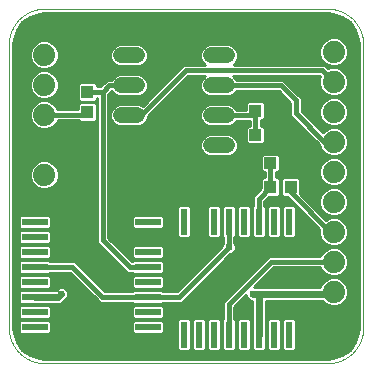
<source format=gtl>
G75*
%MOIN*%
%OFA0B0*%
%FSLAX25Y25*%
%IPPOS*%
%LPD*%
%AMOC8*
5,1,8,0,0,1.08239X$1,22.5*
%
%ADD10C,0.00000*%
%ADD11R,0.03937X0.04331*%
%ADD12R,0.04331X0.03937*%
%ADD13R,0.02362X0.08661*%
%ADD14R,0.08661X0.02362*%
%ADD15C,0.05200*%
%ADD16C,0.07400*%
%ADD17C,0.01000*%
%ADD18C,0.02400*%
%ADD19C,0.01600*%
%ADD20C,0.02400*%
D10*
X0001500Y0013311D02*
X0001500Y0107799D01*
X0001503Y0108084D01*
X0001514Y0108370D01*
X0001531Y0108655D01*
X0001555Y0108939D01*
X0001586Y0109223D01*
X0001624Y0109506D01*
X0001669Y0109787D01*
X0001720Y0110068D01*
X0001778Y0110348D01*
X0001843Y0110626D01*
X0001915Y0110902D01*
X0001993Y0111176D01*
X0002078Y0111449D01*
X0002170Y0111719D01*
X0002268Y0111987D01*
X0002372Y0112253D01*
X0002483Y0112516D01*
X0002600Y0112776D01*
X0002723Y0113034D01*
X0002853Y0113288D01*
X0002989Y0113539D01*
X0003130Y0113787D01*
X0003278Y0114031D01*
X0003431Y0114272D01*
X0003591Y0114508D01*
X0003756Y0114741D01*
X0003926Y0114970D01*
X0004102Y0115195D01*
X0004284Y0115415D01*
X0004470Y0115631D01*
X0004662Y0115842D01*
X0004859Y0116049D01*
X0005061Y0116251D01*
X0005268Y0116448D01*
X0005479Y0116640D01*
X0005695Y0116826D01*
X0005915Y0117008D01*
X0006140Y0117184D01*
X0006369Y0117354D01*
X0006602Y0117519D01*
X0006838Y0117679D01*
X0007079Y0117832D01*
X0007323Y0117980D01*
X0007571Y0118121D01*
X0007822Y0118257D01*
X0008076Y0118387D01*
X0008334Y0118510D01*
X0008594Y0118627D01*
X0008857Y0118738D01*
X0009123Y0118842D01*
X0009391Y0118940D01*
X0009661Y0119032D01*
X0009934Y0119117D01*
X0010208Y0119195D01*
X0010484Y0119267D01*
X0010762Y0119332D01*
X0011042Y0119390D01*
X0011323Y0119441D01*
X0011604Y0119486D01*
X0011887Y0119524D01*
X0012171Y0119555D01*
X0012455Y0119579D01*
X0012740Y0119596D01*
X0013026Y0119607D01*
X0013311Y0119610D01*
X0107799Y0119610D01*
X0108084Y0119607D01*
X0108370Y0119596D01*
X0108655Y0119579D01*
X0108939Y0119555D01*
X0109223Y0119524D01*
X0109506Y0119486D01*
X0109787Y0119441D01*
X0110068Y0119390D01*
X0110348Y0119332D01*
X0110626Y0119267D01*
X0110902Y0119195D01*
X0111176Y0119117D01*
X0111449Y0119032D01*
X0111719Y0118940D01*
X0111987Y0118842D01*
X0112253Y0118738D01*
X0112516Y0118627D01*
X0112776Y0118510D01*
X0113034Y0118387D01*
X0113288Y0118257D01*
X0113539Y0118121D01*
X0113787Y0117980D01*
X0114031Y0117832D01*
X0114272Y0117679D01*
X0114508Y0117519D01*
X0114741Y0117354D01*
X0114970Y0117184D01*
X0115195Y0117008D01*
X0115415Y0116826D01*
X0115631Y0116640D01*
X0115842Y0116448D01*
X0116049Y0116251D01*
X0116251Y0116049D01*
X0116448Y0115842D01*
X0116640Y0115631D01*
X0116826Y0115415D01*
X0117008Y0115195D01*
X0117184Y0114970D01*
X0117354Y0114741D01*
X0117519Y0114508D01*
X0117679Y0114272D01*
X0117832Y0114031D01*
X0117980Y0113787D01*
X0118121Y0113539D01*
X0118257Y0113288D01*
X0118387Y0113034D01*
X0118510Y0112776D01*
X0118627Y0112516D01*
X0118738Y0112253D01*
X0118842Y0111987D01*
X0118940Y0111719D01*
X0119032Y0111449D01*
X0119117Y0111176D01*
X0119195Y0110902D01*
X0119267Y0110626D01*
X0119332Y0110348D01*
X0119390Y0110068D01*
X0119441Y0109787D01*
X0119486Y0109506D01*
X0119524Y0109223D01*
X0119555Y0108939D01*
X0119579Y0108655D01*
X0119596Y0108370D01*
X0119607Y0108084D01*
X0119610Y0107799D01*
X0119610Y0013311D01*
X0119607Y0013026D01*
X0119596Y0012740D01*
X0119579Y0012455D01*
X0119555Y0012171D01*
X0119524Y0011887D01*
X0119486Y0011604D01*
X0119441Y0011323D01*
X0119390Y0011042D01*
X0119332Y0010762D01*
X0119267Y0010484D01*
X0119195Y0010208D01*
X0119117Y0009934D01*
X0119032Y0009661D01*
X0118940Y0009391D01*
X0118842Y0009123D01*
X0118738Y0008857D01*
X0118627Y0008594D01*
X0118510Y0008334D01*
X0118387Y0008076D01*
X0118257Y0007822D01*
X0118121Y0007571D01*
X0117980Y0007323D01*
X0117832Y0007079D01*
X0117679Y0006838D01*
X0117519Y0006602D01*
X0117354Y0006369D01*
X0117184Y0006140D01*
X0117008Y0005915D01*
X0116826Y0005695D01*
X0116640Y0005479D01*
X0116448Y0005268D01*
X0116251Y0005061D01*
X0116049Y0004859D01*
X0115842Y0004662D01*
X0115631Y0004470D01*
X0115415Y0004284D01*
X0115195Y0004102D01*
X0114970Y0003926D01*
X0114741Y0003756D01*
X0114508Y0003591D01*
X0114272Y0003431D01*
X0114031Y0003278D01*
X0113787Y0003130D01*
X0113539Y0002989D01*
X0113288Y0002853D01*
X0113034Y0002723D01*
X0112776Y0002600D01*
X0112516Y0002483D01*
X0112253Y0002372D01*
X0111987Y0002268D01*
X0111719Y0002170D01*
X0111449Y0002078D01*
X0111176Y0001993D01*
X0110902Y0001915D01*
X0110626Y0001843D01*
X0110348Y0001778D01*
X0110068Y0001720D01*
X0109787Y0001669D01*
X0109506Y0001624D01*
X0109223Y0001586D01*
X0108939Y0001555D01*
X0108655Y0001531D01*
X0108370Y0001514D01*
X0108084Y0001503D01*
X0107799Y0001500D01*
X0013311Y0001500D01*
X0013026Y0001503D01*
X0012740Y0001514D01*
X0012455Y0001531D01*
X0012171Y0001555D01*
X0011887Y0001586D01*
X0011604Y0001624D01*
X0011323Y0001669D01*
X0011042Y0001720D01*
X0010762Y0001778D01*
X0010484Y0001843D01*
X0010208Y0001915D01*
X0009934Y0001993D01*
X0009661Y0002078D01*
X0009391Y0002170D01*
X0009123Y0002268D01*
X0008857Y0002372D01*
X0008594Y0002483D01*
X0008334Y0002600D01*
X0008076Y0002723D01*
X0007822Y0002853D01*
X0007571Y0002989D01*
X0007323Y0003130D01*
X0007079Y0003278D01*
X0006838Y0003431D01*
X0006602Y0003591D01*
X0006369Y0003756D01*
X0006140Y0003926D01*
X0005915Y0004102D01*
X0005695Y0004284D01*
X0005479Y0004470D01*
X0005268Y0004662D01*
X0005061Y0004859D01*
X0004859Y0005061D01*
X0004662Y0005268D01*
X0004470Y0005479D01*
X0004284Y0005695D01*
X0004102Y0005915D01*
X0003926Y0006140D01*
X0003756Y0006369D01*
X0003591Y0006602D01*
X0003431Y0006838D01*
X0003278Y0007079D01*
X0003130Y0007323D01*
X0002989Y0007571D01*
X0002853Y0007822D01*
X0002723Y0008076D01*
X0002600Y0008334D01*
X0002483Y0008594D01*
X0002372Y0008857D01*
X0002268Y0009123D01*
X0002170Y0009391D01*
X0002078Y0009661D01*
X0001993Y0009934D01*
X0001915Y0010208D01*
X0001843Y0010484D01*
X0001778Y0010762D01*
X0001720Y0011042D01*
X0001669Y0011323D01*
X0001624Y0011604D01*
X0001586Y0011887D01*
X0001555Y0012171D01*
X0001531Y0012455D01*
X0001514Y0012740D01*
X0001503Y0013026D01*
X0001500Y0013311D01*
D11*
X0027681Y0085161D03*
X0027681Y0091854D03*
X0083705Y0085673D03*
X0090398Y0085673D03*
X0088705Y0060161D03*
X0095398Y0060161D03*
D12*
X0095398Y0068232D03*
X0088705Y0068232D03*
X0090398Y0077563D03*
X0083705Y0077563D03*
D13*
X0084787Y0048646D03*
X0089787Y0048646D03*
X0094787Y0048646D03*
X0079787Y0048646D03*
X0074787Y0048646D03*
X0069787Y0048646D03*
X0064787Y0048646D03*
X0059787Y0048646D03*
X0059787Y0010949D03*
X0064787Y0010949D03*
X0069787Y0010949D03*
X0074787Y0010949D03*
X0079787Y0010949D03*
X0084787Y0010949D03*
X0089787Y0010949D03*
X0094787Y0010949D03*
D14*
X0047858Y0013528D03*
X0047858Y0018528D03*
X0047858Y0023528D03*
X0047858Y0028528D03*
X0047858Y0033528D03*
X0047858Y0038528D03*
X0047858Y0043528D03*
X0047858Y0048528D03*
X0010161Y0048528D03*
X0010161Y0043528D03*
X0010161Y0038528D03*
X0010161Y0033528D03*
X0010161Y0028528D03*
X0010161Y0023528D03*
X0010161Y0018528D03*
X0010161Y0013528D03*
D15*
X0039018Y0074098D02*
X0044218Y0074098D01*
X0044218Y0084098D02*
X0039018Y0084098D01*
X0039018Y0094098D02*
X0044218Y0094098D01*
X0044218Y0104098D02*
X0039018Y0104098D01*
X0069018Y0104098D02*
X0074218Y0104098D01*
X0074218Y0094098D02*
X0069018Y0094098D01*
X0069018Y0084098D02*
X0074218Y0084098D01*
X0074218Y0074098D02*
X0069018Y0074098D01*
D16*
X0109768Y0075280D03*
X0109768Y0085280D03*
X0109768Y0095280D03*
X0109768Y0105280D03*
X0109768Y0065280D03*
X0109768Y0055280D03*
X0109768Y0045280D03*
X0109768Y0035280D03*
X0109768Y0025280D03*
X0109768Y0015280D03*
X0013311Y0064295D03*
X0013311Y0074295D03*
X0013311Y0084295D03*
X0013311Y0094295D03*
X0013311Y0104295D03*
D17*
X0004124Y0008630D02*
X0006020Y0006020D01*
X0008630Y0004124D01*
X0011698Y0003127D01*
X0013311Y0003000D01*
X0107799Y0003000D01*
X0109412Y0003127D01*
X0112480Y0004124D01*
X0115090Y0006020D01*
X0116986Y0008630D01*
X0117983Y0011698D01*
X0118110Y0013311D01*
X0118110Y0107799D01*
X0117983Y0109412D01*
X0116986Y0112480D01*
X0115090Y0115090D01*
X0112480Y0116986D01*
X0109412Y0117983D01*
X0107799Y0118110D01*
X0013311Y0118110D01*
X0011698Y0117983D01*
X0008630Y0116986D01*
X0006020Y0115090D01*
X0004124Y0112480D01*
X0003127Y0109412D01*
X0003000Y0107799D01*
X0003000Y0013311D01*
X0003127Y0011698D01*
X0004124Y0008630D01*
X0004226Y0008490D02*
X0057506Y0008490D01*
X0057506Y0009488D02*
X0003845Y0009488D01*
X0003521Y0010487D02*
X0057506Y0010487D01*
X0057506Y0011485D02*
X0052883Y0011485D01*
X0052645Y0011246D02*
X0053289Y0011891D01*
X0053289Y0015164D01*
X0052645Y0015809D01*
X0043072Y0015809D01*
X0042428Y0015164D01*
X0042428Y0011891D01*
X0043072Y0011246D01*
X0052645Y0011246D01*
X0053289Y0012484D02*
X0057506Y0012484D01*
X0057506Y0013482D02*
X0053289Y0013482D01*
X0053289Y0014481D02*
X0057506Y0014481D01*
X0057506Y0015479D02*
X0052974Y0015479D01*
X0052645Y0016246D02*
X0053289Y0016891D01*
X0053289Y0020164D01*
X0052645Y0020809D01*
X0043072Y0020809D01*
X0042428Y0020164D01*
X0042428Y0016891D01*
X0043072Y0016246D01*
X0052645Y0016246D01*
X0052876Y0016478D02*
X0072887Y0016478D01*
X0072887Y0016116D02*
X0072506Y0015735D01*
X0072506Y0006162D01*
X0073151Y0005518D01*
X0076424Y0005518D01*
X0077068Y0006162D01*
X0077068Y0015735D01*
X0076687Y0016116D01*
X0076687Y0020260D01*
X0080696Y0024269D01*
X0080696Y0023579D01*
X0082043Y0022231D01*
X0082487Y0022231D01*
X0082487Y0009996D01*
X0082506Y0009977D01*
X0082506Y0006162D01*
X0083151Y0005518D01*
X0086424Y0005518D01*
X0087068Y0006162D01*
X0087068Y0009977D01*
X0087087Y0009996D01*
X0087087Y0022231D01*
X0106028Y0022231D01*
X0107049Y0021210D01*
X0108813Y0020480D01*
X0110722Y0020480D01*
X0112487Y0021210D01*
X0113837Y0022561D01*
X0114568Y0024325D01*
X0114568Y0026234D01*
X0113837Y0027998D01*
X0112487Y0029349D01*
X0110722Y0030080D01*
X0108813Y0030080D01*
X0107049Y0029349D01*
X0105698Y0027998D01*
X0105215Y0026831D01*
X0083259Y0026831D01*
X0089807Y0033380D01*
X0105359Y0033380D01*
X0105698Y0032561D01*
X0107049Y0031210D01*
X0108813Y0030480D01*
X0110722Y0030480D01*
X0112487Y0031210D01*
X0113837Y0032561D01*
X0114568Y0034325D01*
X0114568Y0036234D01*
X0113837Y0037998D01*
X0112487Y0039349D01*
X0110722Y0040080D01*
X0108813Y0040080D01*
X0107049Y0039349D01*
X0105698Y0037998D01*
X0105359Y0037180D01*
X0088233Y0037180D01*
X0087120Y0036067D01*
X0072887Y0021834D01*
X0072887Y0016116D01*
X0072506Y0015479D02*
X0072068Y0015479D01*
X0072068Y0015735D02*
X0071424Y0016380D01*
X0068151Y0016380D01*
X0067506Y0015735D01*
X0067506Y0006162D01*
X0068151Y0005518D01*
X0071424Y0005518D01*
X0072068Y0006162D01*
X0072068Y0015735D01*
X0072068Y0014481D02*
X0072506Y0014481D01*
X0072506Y0013482D02*
X0072068Y0013482D01*
X0072068Y0012484D02*
X0072506Y0012484D01*
X0072506Y0011485D02*
X0072068Y0011485D01*
X0072068Y0010487D02*
X0072506Y0010487D01*
X0072506Y0009488D02*
X0072068Y0009488D01*
X0072068Y0008490D02*
X0072506Y0008490D01*
X0072506Y0007491D02*
X0072068Y0007491D01*
X0072068Y0006493D02*
X0072506Y0006493D01*
X0077068Y0006493D02*
X0077506Y0006493D01*
X0077506Y0006162D02*
X0078151Y0005518D01*
X0081424Y0005518D01*
X0082068Y0006162D01*
X0082068Y0015735D01*
X0081424Y0016380D01*
X0078151Y0016380D01*
X0077506Y0015735D01*
X0077506Y0006162D01*
X0077506Y0007491D02*
X0077068Y0007491D01*
X0077068Y0008490D02*
X0077506Y0008490D01*
X0077506Y0009488D02*
X0077068Y0009488D01*
X0077068Y0010487D02*
X0077506Y0010487D01*
X0077506Y0011485D02*
X0077068Y0011485D01*
X0077068Y0012484D02*
X0077506Y0012484D01*
X0077506Y0013482D02*
X0077068Y0013482D01*
X0077068Y0014481D02*
X0077506Y0014481D01*
X0077506Y0015479D02*
X0077068Y0015479D01*
X0076687Y0016478D02*
X0082487Y0016478D01*
X0082487Y0017476D02*
X0076687Y0017476D01*
X0076687Y0018475D02*
X0082487Y0018475D01*
X0082487Y0019473D02*
X0076687Y0019473D01*
X0076899Y0020472D02*
X0082487Y0020472D01*
X0082487Y0021470D02*
X0077897Y0021470D01*
X0078896Y0022469D02*
X0081806Y0022469D01*
X0080808Y0023467D02*
X0079894Y0023467D01*
X0077516Y0026463D02*
X0063992Y0026463D01*
X0062994Y0025464D02*
X0076517Y0025464D01*
X0075519Y0024466D02*
X0061995Y0024466D01*
X0060997Y0023467D02*
X0074520Y0023467D01*
X0073522Y0022469D02*
X0059998Y0022469D01*
X0059157Y0021628D02*
X0075312Y0037783D01*
X0075878Y0037783D01*
X0077225Y0039130D01*
X0077225Y0041035D01*
X0076687Y0041573D01*
X0076687Y0043478D01*
X0077068Y0043859D01*
X0077068Y0053432D01*
X0076424Y0054076D01*
X0073151Y0054076D01*
X0072506Y0053432D01*
X0072506Y0043859D01*
X0072887Y0043478D01*
X0072887Y0041298D01*
X0072625Y0041035D01*
X0072625Y0040470D01*
X0057583Y0025428D01*
X0053026Y0025428D01*
X0052645Y0025809D01*
X0043072Y0025809D01*
X0042691Y0025428D01*
X0033409Y0025428D01*
X0023409Y0035428D01*
X0015329Y0035428D01*
X0014948Y0035809D01*
X0005375Y0035809D01*
X0004731Y0035164D01*
X0004731Y0031891D01*
X0005375Y0031246D01*
X0014948Y0031246D01*
X0015329Y0031628D01*
X0021835Y0031628D01*
X0030722Y0022741D01*
X0031835Y0021628D01*
X0042691Y0021628D01*
X0043072Y0021246D01*
X0052645Y0021246D01*
X0053026Y0021628D01*
X0059157Y0021628D01*
X0057620Y0025464D02*
X0052989Y0025464D01*
X0052645Y0026246D02*
X0053289Y0026891D01*
X0053289Y0030164D01*
X0052645Y0030809D01*
X0043072Y0030809D01*
X0042428Y0030164D01*
X0042428Y0026891D01*
X0043072Y0026246D01*
X0052645Y0026246D01*
X0052861Y0026463D02*
X0058618Y0026463D01*
X0059617Y0027461D02*
X0053289Y0027461D01*
X0053289Y0028460D02*
X0060615Y0028460D01*
X0061614Y0029458D02*
X0053289Y0029458D01*
X0052996Y0030457D02*
X0062612Y0030457D01*
X0063611Y0031455D02*
X0052853Y0031455D01*
X0052645Y0031246D02*
X0053289Y0031891D01*
X0053289Y0035164D01*
X0052645Y0035809D01*
X0043072Y0035809D01*
X0042691Y0035428D01*
X0042504Y0035428D01*
X0034699Y0043232D01*
X0034699Y0091067D01*
X0035809Y0092177D01*
X0035881Y0092003D01*
X0036922Y0090962D01*
X0038282Y0090398D01*
X0044954Y0090398D01*
X0046314Y0090962D01*
X0047355Y0092003D01*
X0047918Y0093362D01*
X0047918Y0094834D01*
X0047355Y0096194D01*
X0046314Y0097235D01*
X0044954Y0097798D01*
X0038282Y0097798D01*
X0036922Y0097235D01*
X0035881Y0096194D01*
X0035800Y0095998D01*
X0034256Y0095998D01*
X0033143Y0094885D01*
X0032012Y0093754D01*
X0030750Y0093754D01*
X0030750Y0094475D01*
X0030105Y0095120D01*
X0025257Y0095120D01*
X0024613Y0094475D01*
X0024613Y0089233D01*
X0025257Y0088589D01*
X0030105Y0088589D01*
X0030750Y0089233D01*
X0030750Y0089954D01*
X0030899Y0089954D01*
X0030899Y0041658D01*
X0032012Y0040545D01*
X0040930Y0031628D01*
X0042691Y0031628D01*
X0043072Y0031246D01*
X0052645Y0031246D01*
X0053289Y0032454D02*
X0064609Y0032454D01*
X0065608Y0033452D02*
X0053289Y0033452D01*
X0053289Y0034451D02*
X0066606Y0034451D01*
X0067605Y0035449D02*
X0053004Y0035449D01*
X0052645Y0036246D02*
X0053289Y0036891D01*
X0053289Y0040164D01*
X0052645Y0040809D01*
X0043072Y0040809D01*
X0042428Y0040164D01*
X0042428Y0036891D01*
X0043072Y0036246D01*
X0052645Y0036246D01*
X0052846Y0036448D02*
X0068603Y0036448D01*
X0069602Y0037446D02*
X0053289Y0037446D01*
X0053289Y0038445D02*
X0070600Y0038445D01*
X0071599Y0039443D02*
X0053289Y0039443D01*
X0053011Y0040442D02*
X0072597Y0040442D01*
X0072887Y0041440D02*
X0036491Y0041440D01*
X0037489Y0040442D02*
X0042705Y0040442D01*
X0042428Y0039443D02*
X0038488Y0039443D01*
X0039486Y0038445D02*
X0042428Y0038445D01*
X0042428Y0037446D02*
X0040485Y0037446D01*
X0041483Y0036448D02*
X0042870Y0036448D01*
X0042713Y0035449D02*
X0042482Y0035449D01*
X0040103Y0032454D02*
X0026383Y0032454D01*
X0027381Y0031455D02*
X0042863Y0031455D01*
X0042720Y0030457D02*
X0028380Y0030457D01*
X0029378Y0029458D02*
X0042428Y0029458D01*
X0042428Y0028460D02*
X0030377Y0028460D01*
X0031375Y0027461D02*
X0042428Y0027461D01*
X0042856Y0026463D02*
X0032374Y0026463D01*
X0033372Y0025464D02*
X0042728Y0025464D01*
X0042848Y0021470D02*
X0019211Y0021470D01*
X0018968Y0021228D02*
X0019972Y0022231D01*
X0021320Y0023579D01*
X0021320Y0025484D01*
X0019972Y0026831D01*
X0018067Y0026831D01*
X0017063Y0025828D01*
X0009209Y0025828D01*
X0009190Y0025809D01*
X0005375Y0025809D01*
X0004731Y0025164D01*
X0004731Y0021891D01*
X0005375Y0021246D01*
X0009190Y0021246D01*
X0009209Y0021228D01*
X0018968Y0021228D01*
X0020210Y0022469D02*
X0030994Y0022469D01*
X0029995Y0023467D02*
X0021208Y0023467D01*
X0021320Y0024466D02*
X0028997Y0024466D01*
X0027998Y0025464D02*
X0021320Y0025464D01*
X0020341Y0026463D02*
X0027000Y0026463D01*
X0026001Y0027461D02*
X0015592Y0027461D01*
X0015592Y0026891D02*
X0015592Y0030164D01*
X0014948Y0030809D01*
X0005375Y0030809D01*
X0004731Y0030164D01*
X0004731Y0026891D01*
X0005375Y0026246D01*
X0014948Y0026246D01*
X0015592Y0026891D01*
X0015164Y0026463D02*
X0017698Y0026463D01*
X0015592Y0028460D02*
X0025003Y0028460D01*
X0024004Y0029458D02*
X0015592Y0029458D01*
X0015300Y0030457D02*
X0023006Y0030457D01*
X0022007Y0031455D02*
X0015157Y0031455D01*
X0015307Y0035449D02*
X0037108Y0035449D01*
X0038106Y0034451D02*
X0024386Y0034451D01*
X0025384Y0033452D02*
X0039105Y0033452D01*
X0036109Y0036448D02*
X0015149Y0036448D01*
X0014948Y0036246D02*
X0015592Y0036891D01*
X0015592Y0040164D01*
X0014948Y0040809D01*
X0005375Y0040809D01*
X0004731Y0040164D01*
X0004731Y0036891D01*
X0005375Y0036246D01*
X0014948Y0036246D01*
X0015592Y0037446D02*
X0035111Y0037446D01*
X0034112Y0038445D02*
X0015592Y0038445D01*
X0015592Y0039443D02*
X0033114Y0039443D01*
X0032115Y0040442D02*
X0015314Y0040442D01*
X0014948Y0041246D02*
X0015592Y0041891D01*
X0015592Y0045164D01*
X0014948Y0045809D01*
X0005375Y0045809D01*
X0004731Y0045164D01*
X0004731Y0041891D01*
X0005375Y0041246D01*
X0014948Y0041246D01*
X0015142Y0041440D02*
X0031117Y0041440D01*
X0030899Y0042439D02*
X0015592Y0042439D01*
X0015592Y0043437D02*
X0030899Y0043437D01*
X0030899Y0044436D02*
X0015592Y0044436D01*
X0015322Y0045434D02*
X0030899Y0045434D01*
X0030899Y0046433D02*
X0015134Y0046433D01*
X0014948Y0046246D02*
X0015592Y0046891D01*
X0015592Y0050164D01*
X0014948Y0050809D01*
X0005375Y0050809D01*
X0004731Y0050164D01*
X0004731Y0046891D01*
X0005375Y0046246D01*
X0014948Y0046246D01*
X0015592Y0047432D02*
X0030899Y0047432D01*
X0030899Y0048430D02*
X0015592Y0048430D01*
X0015592Y0049429D02*
X0030899Y0049429D01*
X0030899Y0050427D02*
X0015329Y0050427D01*
X0014266Y0059495D02*
X0012356Y0059495D01*
X0010592Y0060226D01*
X0009242Y0061576D01*
X0008511Y0063340D01*
X0008511Y0065250D01*
X0009242Y0067014D01*
X0010592Y0068365D01*
X0012356Y0069095D01*
X0014266Y0069095D01*
X0016030Y0068365D01*
X0017380Y0067014D01*
X0018111Y0065250D01*
X0018111Y0063340D01*
X0017380Y0061576D01*
X0016030Y0060226D01*
X0014266Y0059495D01*
X0016216Y0060412D02*
X0030899Y0060412D01*
X0030899Y0059414D02*
X0003000Y0059414D01*
X0003000Y0060412D02*
X0010406Y0060412D01*
X0009407Y0061411D02*
X0003000Y0061411D01*
X0003000Y0062409D02*
X0008897Y0062409D01*
X0008511Y0063408D02*
X0003000Y0063408D01*
X0003000Y0064406D02*
X0008511Y0064406D01*
X0008575Y0065405D02*
X0003000Y0065405D01*
X0003000Y0066403D02*
X0008989Y0066403D01*
X0009629Y0067402D02*
X0003000Y0067402D01*
X0003000Y0068400D02*
X0010678Y0068400D01*
X0015944Y0068400D02*
X0030899Y0068400D01*
X0030899Y0067402D02*
X0016993Y0067402D01*
X0017633Y0066403D02*
X0030899Y0066403D01*
X0030899Y0065405D02*
X0018047Y0065405D01*
X0018111Y0064406D02*
X0030899Y0064406D01*
X0030899Y0063408D02*
X0018111Y0063408D01*
X0017725Y0062409D02*
X0030899Y0062409D01*
X0030899Y0061411D02*
X0017215Y0061411D01*
X0004993Y0050427D02*
X0003000Y0050427D01*
X0003000Y0049429D02*
X0004731Y0049429D01*
X0004731Y0048430D02*
X0003000Y0048430D01*
X0003000Y0047432D02*
X0004731Y0047432D01*
X0005189Y0046433D02*
X0003000Y0046433D01*
X0003000Y0045434D02*
X0005001Y0045434D01*
X0004731Y0044436D02*
X0003000Y0044436D01*
X0003000Y0043437D02*
X0004731Y0043437D01*
X0004731Y0042439D02*
X0003000Y0042439D01*
X0003000Y0041440D02*
X0005181Y0041440D01*
X0005008Y0040442D02*
X0003000Y0040442D01*
X0003000Y0039443D02*
X0004731Y0039443D01*
X0004731Y0038445D02*
X0003000Y0038445D01*
X0003000Y0037446D02*
X0004731Y0037446D01*
X0005174Y0036448D02*
X0003000Y0036448D01*
X0003000Y0035449D02*
X0005016Y0035449D01*
X0004731Y0034451D02*
X0003000Y0034451D01*
X0003000Y0033452D02*
X0004731Y0033452D01*
X0004731Y0032454D02*
X0003000Y0032454D01*
X0003000Y0031455D02*
X0005166Y0031455D01*
X0005023Y0030457D02*
X0003000Y0030457D01*
X0003000Y0029458D02*
X0004731Y0029458D01*
X0004731Y0028460D02*
X0003000Y0028460D01*
X0003000Y0027461D02*
X0004731Y0027461D01*
X0005159Y0026463D02*
X0003000Y0026463D01*
X0003000Y0025464D02*
X0005031Y0025464D01*
X0004731Y0024466D02*
X0003000Y0024466D01*
X0003000Y0023467D02*
X0004731Y0023467D01*
X0004731Y0022469D02*
X0003000Y0022469D01*
X0003000Y0021470D02*
X0005151Y0021470D01*
X0005375Y0020809D02*
X0004731Y0020164D01*
X0004731Y0016891D01*
X0005375Y0016246D01*
X0014948Y0016246D01*
X0015592Y0016891D01*
X0015592Y0020164D01*
X0014948Y0020809D01*
X0005375Y0020809D01*
X0005038Y0020472D02*
X0003000Y0020472D01*
X0003000Y0019473D02*
X0004731Y0019473D01*
X0004731Y0018475D02*
X0003000Y0018475D01*
X0003000Y0017476D02*
X0004731Y0017476D01*
X0005144Y0016478D02*
X0003000Y0016478D01*
X0003000Y0015479D02*
X0005046Y0015479D01*
X0004731Y0015164D02*
X0005375Y0015809D01*
X0014948Y0015809D01*
X0015592Y0015164D01*
X0015592Y0011891D01*
X0014948Y0011246D01*
X0005375Y0011246D01*
X0004731Y0011891D01*
X0004731Y0015164D01*
X0004731Y0014481D02*
X0003000Y0014481D01*
X0003000Y0013482D02*
X0004731Y0013482D01*
X0004731Y0012484D02*
X0003065Y0012484D01*
X0003196Y0011485D02*
X0005136Y0011485D01*
X0004951Y0007491D02*
X0057506Y0007491D01*
X0057506Y0006493D02*
X0005677Y0006493D01*
X0006744Y0005494D02*
X0114366Y0005494D01*
X0115434Y0006493D02*
X0097068Y0006493D01*
X0097068Y0006162D02*
X0097068Y0015735D01*
X0096424Y0016380D01*
X0093151Y0016380D01*
X0092506Y0015735D01*
X0092506Y0006162D01*
X0093151Y0005518D01*
X0096424Y0005518D01*
X0097068Y0006162D01*
X0097068Y0007491D02*
X0116159Y0007491D01*
X0116884Y0008490D02*
X0097068Y0008490D01*
X0097068Y0009488D02*
X0117265Y0009488D01*
X0117590Y0010487D02*
X0097068Y0010487D01*
X0097068Y0011485D02*
X0117914Y0011485D01*
X0118045Y0012484D02*
X0097068Y0012484D01*
X0097068Y0013482D02*
X0118110Y0013482D01*
X0118110Y0014481D02*
X0097068Y0014481D01*
X0097068Y0015479D02*
X0118110Y0015479D01*
X0118110Y0016478D02*
X0087087Y0016478D01*
X0087506Y0015735D02*
X0088151Y0016380D01*
X0091424Y0016380D01*
X0092068Y0015735D01*
X0092068Y0006162D01*
X0091424Y0005518D01*
X0088151Y0005518D01*
X0087506Y0006162D01*
X0087506Y0015735D01*
X0087506Y0015479D02*
X0087087Y0015479D01*
X0087087Y0014481D02*
X0087506Y0014481D01*
X0087506Y0013482D02*
X0087087Y0013482D01*
X0087087Y0012484D02*
X0087506Y0012484D01*
X0087506Y0011485D02*
X0087087Y0011485D01*
X0087087Y0010487D02*
X0087506Y0010487D01*
X0087506Y0009488D02*
X0087068Y0009488D01*
X0087068Y0008490D02*
X0087506Y0008490D01*
X0087506Y0007491D02*
X0087068Y0007491D01*
X0087068Y0006493D02*
X0087506Y0006493D01*
X0092068Y0006493D02*
X0092506Y0006493D01*
X0092506Y0007491D02*
X0092068Y0007491D01*
X0092068Y0008490D02*
X0092506Y0008490D01*
X0092506Y0009488D02*
X0092068Y0009488D01*
X0092068Y0010487D02*
X0092506Y0010487D01*
X0092506Y0011485D02*
X0092068Y0011485D01*
X0092068Y0012484D02*
X0092506Y0012484D01*
X0092506Y0013482D02*
X0092068Y0013482D01*
X0092068Y0014481D02*
X0092506Y0014481D01*
X0092506Y0015479D02*
X0092068Y0015479D01*
X0087087Y0017476D02*
X0118110Y0017476D01*
X0118110Y0018475D02*
X0087087Y0018475D01*
X0087087Y0019473D02*
X0118110Y0019473D01*
X0118110Y0020472D02*
X0087087Y0020472D01*
X0087087Y0021470D02*
X0106789Y0021470D01*
X0112747Y0021470D02*
X0118110Y0021470D01*
X0118110Y0022469D02*
X0113745Y0022469D01*
X0114213Y0023467D02*
X0118110Y0023467D01*
X0118110Y0024466D02*
X0114568Y0024466D01*
X0114568Y0025464D02*
X0118110Y0025464D01*
X0118110Y0026463D02*
X0114473Y0026463D01*
X0114059Y0027461D02*
X0118110Y0027461D01*
X0118110Y0028460D02*
X0113376Y0028460D01*
X0112222Y0029458D02*
X0118110Y0029458D01*
X0118110Y0030457D02*
X0086884Y0030457D01*
X0087882Y0031455D02*
X0106804Y0031455D01*
X0105805Y0032454D02*
X0088881Y0032454D01*
X0086503Y0035449D02*
X0072979Y0035449D01*
X0071980Y0034451D02*
X0085504Y0034451D01*
X0084506Y0033452D02*
X0070982Y0033452D01*
X0069983Y0032454D02*
X0083507Y0032454D01*
X0082509Y0031455D02*
X0068985Y0031455D01*
X0067986Y0030457D02*
X0081510Y0030457D01*
X0080511Y0029458D02*
X0066988Y0029458D01*
X0065989Y0028460D02*
X0079513Y0028460D01*
X0078514Y0027461D02*
X0064991Y0027461D01*
X0072887Y0021470D02*
X0052868Y0021470D01*
X0052982Y0020472D02*
X0072887Y0020472D01*
X0072887Y0019473D02*
X0053289Y0019473D01*
X0053289Y0018475D02*
X0072887Y0018475D01*
X0072887Y0017476D02*
X0053289Y0017476D01*
X0057506Y0015735D02*
X0058151Y0016380D01*
X0061424Y0016380D01*
X0062068Y0015735D01*
X0062068Y0006162D01*
X0061424Y0005518D01*
X0058151Y0005518D01*
X0057506Y0006162D01*
X0057506Y0015735D01*
X0062068Y0015479D02*
X0062506Y0015479D01*
X0062506Y0015735D02*
X0063151Y0016380D01*
X0066424Y0016380D01*
X0067068Y0015735D01*
X0067068Y0006162D01*
X0066424Y0005518D01*
X0063151Y0005518D01*
X0062506Y0006162D01*
X0062506Y0015735D01*
X0062506Y0014481D02*
X0062068Y0014481D01*
X0062068Y0013482D02*
X0062506Y0013482D01*
X0062506Y0012484D02*
X0062068Y0012484D01*
X0062068Y0011485D02*
X0062506Y0011485D01*
X0062506Y0010487D02*
X0062068Y0010487D01*
X0062068Y0009488D02*
X0062506Y0009488D01*
X0062506Y0008490D02*
X0062068Y0008490D01*
X0062068Y0007491D02*
X0062506Y0007491D01*
X0062506Y0006493D02*
X0062068Y0006493D01*
X0067068Y0006493D02*
X0067506Y0006493D01*
X0067506Y0007491D02*
X0067068Y0007491D01*
X0067068Y0008490D02*
X0067506Y0008490D01*
X0067506Y0009488D02*
X0067068Y0009488D01*
X0067068Y0010487D02*
X0067506Y0010487D01*
X0067506Y0011485D02*
X0067068Y0011485D01*
X0067068Y0012484D02*
X0067506Y0012484D01*
X0067506Y0013482D02*
X0067068Y0013482D01*
X0067068Y0014481D02*
X0067506Y0014481D01*
X0067506Y0015479D02*
X0067068Y0015479D01*
X0082068Y0015479D02*
X0082487Y0015479D01*
X0082487Y0014481D02*
X0082068Y0014481D01*
X0082068Y0013482D02*
X0082487Y0013482D01*
X0082487Y0012484D02*
X0082068Y0012484D01*
X0082068Y0011485D02*
X0082487Y0011485D01*
X0082487Y0010487D02*
X0082068Y0010487D01*
X0082068Y0009488D02*
X0082506Y0009488D01*
X0082506Y0008490D02*
X0082068Y0008490D01*
X0082068Y0007491D02*
X0082506Y0007491D01*
X0082506Y0006493D02*
X0082068Y0006493D01*
X0083888Y0027461D02*
X0105476Y0027461D01*
X0106160Y0028460D02*
X0084887Y0028460D01*
X0085885Y0029458D02*
X0107313Y0029458D01*
X0112732Y0031455D02*
X0118110Y0031455D01*
X0118110Y0032454D02*
X0113730Y0032454D01*
X0114206Y0033452D02*
X0118110Y0033452D01*
X0118110Y0034451D02*
X0114568Y0034451D01*
X0114568Y0035449D02*
X0118110Y0035449D01*
X0118110Y0036448D02*
X0114479Y0036448D01*
X0114066Y0037446D02*
X0118110Y0037446D01*
X0118110Y0038445D02*
X0113391Y0038445D01*
X0112258Y0039443D02*
X0118110Y0039443D01*
X0118110Y0040442D02*
X0077225Y0040442D01*
X0077225Y0039443D02*
X0107277Y0039443D01*
X0106145Y0038445D02*
X0076540Y0038445D01*
X0074976Y0037446D02*
X0105470Y0037446D01*
X0107049Y0041210D02*
X0108813Y0040480D01*
X0110722Y0040480D01*
X0112487Y0041210D01*
X0113837Y0042561D01*
X0114568Y0044325D01*
X0114568Y0046234D01*
X0113837Y0047998D01*
X0112487Y0049349D01*
X0110722Y0050080D01*
X0108813Y0050080D01*
X0107103Y0049371D01*
X0098466Y0058008D01*
X0098466Y0062782D01*
X0097822Y0063427D01*
X0092973Y0063427D01*
X0092329Y0062782D01*
X0092329Y0057540D01*
X0092973Y0056896D01*
X0094204Y0056896D01*
X0094611Y0056490D01*
X0104968Y0046133D01*
X0104968Y0044325D01*
X0105698Y0042561D01*
X0107049Y0041210D01*
X0106819Y0041440D02*
X0076820Y0041440D01*
X0076687Y0042439D02*
X0105820Y0042439D01*
X0105335Y0043437D02*
X0096647Y0043437D01*
X0096424Y0043215D02*
X0097068Y0043859D01*
X0097068Y0053432D01*
X0096424Y0054076D01*
X0093151Y0054076D01*
X0092506Y0053432D01*
X0092506Y0043859D01*
X0093151Y0043215D01*
X0096424Y0043215D01*
X0097068Y0044436D02*
X0104968Y0044436D01*
X0104968Y0045434D02*
X0097068Y0045434D01*
X0097068Y0046433D02*
X0104667Y0046433D01*
X0103669Y0047432D02*
X0097068Y0047432D01*
X0097068Y0048430D02*
X0102670Y0048430D01*
X0101672Y0049429D02*
X0097068Y0049429D01*
X0097068Y0050427D02*
X0100673Y0050427D01*
X0099675Y0051426D02*
X0097068Y0051426D01*
X0097068Y0052424D02*
X0098676Y0052424D01*
X0097678Y0053423D02*
X0097068Y0053423D01*
X0096679Y0054421D02*
X0086687Y0054421D01*
X0086687Y0053813D02*
X0086687Y0055457D01*
X0088126Y0056896D01*
X0091129Y0056896D01*
X0091773Y0057540D01*
X0091773Y0062782D01*
X0091129Y0063427D01*
X0090605Y0063427D01*
X0090605Y0065164D01*
X0091326Y0065164D01*
X0091970Y0065808D01*
X0091970Y0070656D01*
X0091326Y0071301D01*
X0086084Y0071301D01*
X0085439Y0070656D01*
X0085439Y0065808D01*
X0086084Y0065164D01*
X0086805Y0065164D01*
X0086805Y0063427D01*
X0086281Y0063427D01*
X0085636Y0062782D01*
X0085636Y0059780D01*
X0084000Y0058144D01*
X0082887Y0057031D01*
X0082887Y0053813D01*
X0082506Y0053432D01*
X0082506Y0043859D01*
X0083151Y0043215D01*
X0086424Y0043215D01*
X0087068Y0043859D01*
X0087068Y0053432D01*
X0086687Y0053813D01*
X0087068Y0053423D02*
X0087506Y0053423D01*
X0087506Y0053432D02*
X0088151Y0054076D01*
X0091424Y0054076D01*
X0092068Y0053432D01*
X0092068Y0043859D01*
X0091424Y0043215D01*
X0088151Y0043215D01*
X0087506Y0043859D01*
X0087506Y0053432D01*
X0087506Y0052424D02*
X0087068Y0052424D01*
X0087068Y0051426D02*
X0087506Y0051426D01*
X0087506Y0050427D02*
X0087068Y0050427D01*
X0087068Y0049429D02*
X0087506Y0049429D01*
X0087506Y0048430D02*
X0087068Y0048430D01*
X0087068Y0047432D02*
X0087506Y0047432D01*
X0087506Y0046433D02*
X0087068Y0046433D01*
X0087068Y0045434D02*
X0087506Y0045434D01*
X0087506Y0044436D02*
X0087068Y0044436D01*
X0086647Y0043437D02*
X0087928Y0043437D01*
X0091647Y0043437D02*
X0092928Y0043437D01*
X0092506Y0044436D02*
X0092068Y0044436D01*
X0092068Y0045434D02*
X0092506Y0045434D01*
X0092506Y0046433D02*
X0092068Y0046433D01*
X0092068Y0047432D02*
X0092506Y0047432D01*
X0092506Y0048430D02*
X0092068Y0048430D01*
X0092068Y0049429D02*
X0092506Y0049429D01*
X0092506Y0050427D02*
X0092068Y0050427D01*
X0092068Y0051426D02*
X0092506Y0051426D01*
X0092506Y0052424D02*
X0092068Y0052424D01*
X0092068Y0053423D02*
X0092506Y0053423D01*
X0094682Y0056418D02*
X0087648Y0056418D01*
X0086687Y0055420D02*
X0095681Y0055420D01*
X0099058Y0057417D02*
X0105457Y0057417D01*
X0105698Y0057998D02*
X0104968Y0056234D01*
X0104968Y0054325D01*
X0105698Y0052561D01*
X0107049Y0051210D01*
X0108813Y0050480D01*
X0110722Y0050480D01*
X0112487Y0051210D01*
X0113837Y0052561D01*
X0114568Y0054325D01*
X0114568Y0056234D01*
X0113837Y0057998D01*
X0112487Y0059349D01*
X0110722Y0060080D01*
X0108813Y0060080D01*
X0107049Y0059349D01*
X0105698Y0057998D01*
X0106115Y0058415D02*
X0098466Y0058415D01*
X0098466Y0059414D02*
X0107205Y0059414D01*
X0107049Y0061210D02*
X0108813Y0060480D01*
X0110722Y0060480D01*
X0112487Y0061210D01*
X0113837Y0062561D01*
X0114568Y0064325D01*
X0114568Y0066234D01*
X0113837Y0067998D01*
X0112487Y0069349D01*
X0110722Y0070080D01*
X0108813Y0070080D01*
X0107049Y0069349D01*
X0105698Y0067998D01*
X0104968Y0066234D01*
X0104968Y0064325D01*
X0105698Y0062561D01*
X0107049Y0061210D01*
X0106848Y0061411D02*
X0098466Y0061411D01*
X0098466Y0062409D02*
X0105850Y0062409D01*
X0105348Y0063408D02*
X0097841Y0063408D01*
X0098466Y0060412D02*
X0118110Y0060412D01*
X0118110Y0059414D02*
X0112330Y0059414D01*
X0113420Y0058415D02*
X0118110Y0058415D01*
X0118110Y0057417D02*
X0114078Y0057417D01*
X0114492Y0056418D02*
X0118110Y0056418D01*
X0118110Y0055420D02*
X0114568Y0055420D01*
X0114568Y0054421D02*
X0118110Y0054421D01*
X0118110Y0053423D02*
X0114194Y0053423D01*
X0113700Y0052424D02*
X0118110Y0052424D01*
X0118110Y0051426D02*
X0112702Y0051426D01*
X0112294Y0049429D02*
X0118110Y0049429D01*
X0118110Y0050427D02*
X0106047Y0050427D01*
X0106833Y0051426D02*
X0105049Y0051426D01*
X0105835Y0052424D02*
X0104050Y0052424D01*
X0103052Y0053423D02*
X0105341Y0053423D01*
X0104968Y0054421D02*
X0102053Y0054421D01*
X0101055Y0055420D02*
X0104968Y0055420D01*
X0105044Y0056418D02*
X0100056Y0056418D01*
X0092453Y0057417D02*
X0091649Y0057417D01*
X0091773Y0058415D02*
X0092329Y0058415D01*
X0092329Y0059414D02*
X0091773Y0059414D01*
X0091773Y0060412D02*
X0092329Y0060412D01*
X0092329Y0061411D02*
X0091773Y0061411D01*
X0091773Y0062409D02*
X0092329Y0062409D01*
X0092954Y0063408D02*
X0091148Y0063408D01*
X0090605Y0064406D02*
X0104968Y0064406D01*
X0104968Y0065405D02*
X0091567Y0065405D01*
X0091970Y0066403D02*
X0105038Y0066403D01*
X0105451Y0067402D02*
X0091970Y0067402D01*
X0091970Y0068400D02*
X0106100Y0068400D01*
X0107169Y0069399D02*
X0091970Y0069399D01*
X0091970Y0070397D02*
X0118110Y0070397D01*
X0118110Y0069399D02*
X0112366Y0069399D01*
X0113435Y0068400D02*
X0118110Y0068400D01*
X0118110Y0067402D02*
X0114084Y0067402D01*
X0114498Y0066403D02*
X0118110Y0066403D01*
X0118110Y0065405D02*
X0114568Y0065405D01*
X0114568Y0064406D02*
X0118110Y0064406D01*
X0118110Y0063408D02*
X0114188Y0063408D01*
X0113686Y0062409D02*
X0118110Y0062409D01*
X0118110Y0061411D02*
X0112687Y0061411D01*
X0110722Y0070480D02*
X0108813Y0070480D01*
X0107049Y0071210D01*
X0105698Y0072561D01*
X0104998Y0074252D01*
X0104757Y0074493D01*
X0095269Y0083981D01*
X0095269Y0088311D01*
X0091382Y0092198D01*
X0077436Y0092198D01*
X0077355Y0092003D01*
X0076314Y0090962D01*
X0074954Y0090398D01*
X0068282Y0090398D01*
X0066922Y0090962D01*
X0065881Y0092003D01*
X0065318Y0093362D01*
X0065318Y0094834D01*
X0065881Y0096194D01*
X0066922Y0097235D01*
X0066929Y0097238D01*
X0061342Y0097238D01*
X0047918Y0083814D01*
X0047918Y0083362D01*
X0047355Y0082003D01*
X0046314Y0080962D01*
X0044954Y0080398D01*
X0038282Y0080398D01*
X0036922Y0080962D01*
X0035881Y0082003D01*
X0035318Y0083362D01*
X0035318Y0084834D01*
X0035881Y0086194D01*
X0036922Y0087235D01*
X0038282Y0087798D01*
X0044954Y0087798D01*
X0046068Y0087337D01*
X0058655Y0099925D01*
X0059768Y0101038D01*
X0066846Y0101038D01*
X0065881Y0102003D01*
X0065318Y0103362D01*
X0065318Y0104834D01*
X0065881Y0106194D01*
X0066922Y0107235D01*
X0068282Y0107798D01*
X0074954Y0107798D01*
X0076314Y0107235D01*
X0077355Y0106194D01*
X0077918Y0104834D01*
X0077918Y0103362D01*
X0077355Y0102003D01*
X0076390Y0101038D01*
X0106696Y0101038D01*
X0107994Y0099740D01*
X0108813Y0100080D01*
X0110722Y0100080D01*
X0112487Y0099349D01*
X0113837Y0097998D01*
X0114568Y0096234D01*
X0114568Y0094325D01*
X0113837Y0092561D01*
X0112487Y0091210D01*
X0110722Y0090480D01*
X0108813Y0090480D01*
X0107049Y0091210D01*
X0105698Y0092561D01*
X0104968Y0094325D01*
X0104968Y0096234D01*
X0105307Y0097053D01*
X0105122Y0097238D01*
X0076308Y0097238D01*
X0076314Y0097235D01*
X0077355Y0096194D01*
X0077436Y0095998D01*
X0092956Y0095998D01*
X0097956Y0090998D01*
X0099069Y0089885D01*
X0099069Y0085555D01*
X0106162Y0078462D01*
X0107049Y0079349D01*
X0108813Y0080080D01*
X0110722Y0080080D01*
X0112487Y0079349D01*
X0113837Y0077998D01*
X0114568Y0076234D01*
X0114568Y0074325D01*
X0113837Y0072561D01*
X0112487Y0071210D01*
X0110722Y0070480D01*
X0112672Y0071396D02*
X0118110Y0071396D01*
X0118110Y0072394D02*
X0113671Y0072394D01*
X0114182Y0073393D02*
X0118110Y0073393D01*
X0118110Y0074391D02*
X0114568Y0074391D01*
X0114568Y0075390D02*
X0118110Y0075390D01*
X0118110Y0076388D02*
X0114504Y0076388D01*
X0114090Y0077387D02*
X0118110Y0077387D01*
X0118110Y0078385D02*
X0113450Y0078385D01*
X0112402Y0079384D02*
X0118110Y0079384D01*
X0118110Y0080382D02*
X0104242Y0080382D01*
X0105240Y0079384D02*
X0107134Y0079384D01*
X0107049Y0081210D02*
X0108813Y0080480D01*
X0110722Y0080480D01*
X0112487Y0081210D01*
X0113837Y0082561D01*
X0114568Y0084325D01*
X0114568Y0086234D01*
X0113837Y0087998D01*
X0112487Y0089349D01*
X0110722Y0090080D01*
X0108813Y0090080D01*
X0107049Y0089349D01*
X0105698Y0087998D01*
X0104968Y0086234D01*
X0104968Y0084325D01*
X0105698Y0082561D01*
X0107049Y0081210D01*
X0106878Y0081381D02*
X0103243Y0081381D01*
X0102245Y0082379D02*
X0105880Y0082379D01*
X0105360Y0083378D02*
X0101246Y0083378D01*
X0100248Y0084376D02*
X0104968Y0084376D01*
X0104968Y0085375D02*
X0099249Y0085375D01*
X0099069Y0086373D02*
X0105025Y0086373D01*
X0105439Y0087372D02*
X0099069Y0087372D01*
X0099069Y0088370D02*
X0106070Y0088370D01*
X0107098Y0089369D02*
X0099069Y0089369D01*
X0098587Y0090368D02*
X0118110Y0090368D01*
X0118110Y0091366D02*
X0112642Y0091366D01*
X0113641Y0092365D02*
X0118110Y0092365D01*
X0118110Y0093363D02*
X0114169Y0093363D01*
X0114568Y0094362D02*
X0118110Y0094362D01*
X0118110Y0095360D02*
X0114568Y0095360D01*
X0114516Y0096359D02*
X0118110Y0096359D01*
X0118110Y0097357D02*
X0114103Y0097357D01*
X0113480Y0098356D02*
X0118110Y0098356D01*
X0118110Y0099354D02*
X0112474Y0099354D01*
X0112487Y0101210D02*
X0113837Y0102561D01*
X0114568Y0104325D01*
X0114568Y0106234D01*
X0113837Y0107998D01*
X0112487Y0109349D01*
X0110722Y0110080D01*
X0108813Y0110080D01*
X0107049Y0109349D01*
X0105698Y0107998D01*
X0104968Y0106234D01*
X0104968Y0104325D01*
X0105698Y0102561D01*
X0107049Y0101210D01*
X0108813Y0100480D01*
X0110722Y0100480D01*
X0112487Y0101210D01*
X0112628Y0101351D02*
X0118110Y0101351D01*
X0118110Y0100353D02*
X0107382Y0100353D01*
X0106908Y0101351D02*
X0076703Y0101351D01*
X0077499Y0102350D02*
X0105909Y0102350D01*
X0105372Y0103348D02*
X0077912Y0103348D01*
X0077918Y0104347D02*
X0104968Y0104347D01*
X0104968Y0105345D02*
X0077707Y0105345D01*
X0077205Y0106344D02*
X0105013Y0106344D01*
X0105427Y0107342D02*
X0076055Y0107342D01*
X0067181Y0107342D02*
X0046055Y0107342D01*
X0046314Y0107235D02*
X0044954Y0107798D01*
X0038282Y0107798D01*
X0036922Y0107235D01*
X0035881Y0106194D01*
X0035318Y0104834D01*
X0035318Y0103362D01*
X0035881Y0102003D01*
X0036922Y0100962D01*
X0038282Y0100398D01*
X0044954Y0100398D01*
X0046314Y0100962D01*
X0047355Y0102003D01*
X0047918Y0103362D01*
X0047918Y0104834D01*
X0047355Y0106194D01*
X0046314Y0107235D01*
X0047205Y0106344D02*
X0066031Y0106344D01*
X0065530Y0105345D02*
X0047707Y0105345D01*
X0047918Y0104347D02*
X0065318Y0104347D01*
X0065324Y0103348D02*
X0047912Y0103348D01*
X0047499Y0102350D02*
X0065738Y0102350D01*
X0066533Y0101351D02*
X0046703Y0101351D01*
X0046020Y0097357D02*
X0056087Y0097357D01*
X0055089Y0096359D02*
X0047191Y0096359D01*
X0047700Y0095360D02*
X0054090Y0095360D01*
X0053092Y0094362D02*
X0047918Y0094362D01*
X0047918Y0093363D02*
X0052093Y0093363D01*
X0051095Y0092365D02*
X0047505Y0092365D01*
X0046718Y0091366D02*
X0050096Y0091366D01*
X0049098Y0090368D02*
X0034699Y0090368D01*
X0034699Y0089369D02*
X0048099Y0089369D01*
X0047101Y0088370D02*
X0034699Y0088370D01*
X0034699Y0087372D02*
X0037253Y0087372D01*
X0036061Y0086373D02*
X0034699Y0086373D01*
X0034699Y0085375D02*
X0035542Y0085375D01*
X0035318Y0084376D02*
X0034699Y0084376D01*
X0034699Y0083378D02*
X0035318Y0083378D01*
X0035725Y0082379D02*
X0034699Y0082379D01*
X0034699Y0081381D02*
X0036503Y0081381D01*
X0034699Y0080382D02*
X0080835Y0080382D01*
X0081084Y0080631D02*
X0080439Y0079987D01*
X0080439Y0075139D01*
X0081084Y0074494D01*
X0086326Y0074494D01*
X0086970Y0075139D01*
X0086970Y0079987D01*
X0086326Y0080631D01*
X0085605Y0080631D01*
X0085605Y0082408D01*
X0086129Y0082408D01*
X0086773Y0083052D01*
X0086773Y0088294D01*
X0086129Y0088939D01*
X0081281Y0088939D01*
X0080636Y0088294D01*
X0080636Y0085998D01*
X0077436Y0085998D01*
X0077355Y0086194D01*
X0076314Y0087235D01*
X0074954Y0087798D01*
X0068282Y0087798D01*
X0066922Y0087235D01*
X0065881Y0086194D01*
X0065318Y0084834D01*
X0065318Y0083362D01*
X0065881Y0082003D01*
X0066922Y0080962D01*
X0068282Y0080398D01*
X0074954Y0080398D01*
X0076314Y0080962D01*
X0077355Y0082003D01*
X0077436Y0082198D01*
X0081805Y0082198D01*
X0081805Y0080631D01*
X0081084Y0080631D01*
X0081805Y0081381D02*
X0076733Y0081381D01*
X0074954Y0077798D02*
X0076314Y0077235D01*
X0077355Y0076194D01*
X0077918Y0074834D01*
X0077918Y0073362D01*
X0077355Y0072003D01*
X0076314Y0070962D01*
X0074954Y0070398D01*
X0068282Y0070398D01*
X0066922Y0070962D01*
X0065881Y0072003D01*
X0065318Y0073362D01*
X0065318Y0074834D01*
X0065881Y0076194D01*
X0066922Y0077235D01*
X0068282Y0077798D01*
X0074954Y0077798D01*
X0075948Y0077387D02*
X0080439Y0077387D01*
X0080439Y0078385D02*
X0034699Y0078385D01*
X0034699Y0077387D02*
X0067289Y0077387D01*
X0066075Y0076388D02*
X0034699Y0076388D01*
X0034699Y0075390D02*
X0065548Y0075390D01*
X0065318Y0074391D02*
X0034699Y0074391D01*
X0034699Y0073393D02*
X0065318Y0073393D01*
X0065719Y0072394D02*
X0034699Y0072394D01*
X0034699Y0071396D02*
X0066488Y0071396D01*
X0066503Y0081381D02*
X0046733Y0081381D01*
X0047511Y0082379D02*
X0065725Y0082379D01*
X0065318Y0083378D02*
X0047918Y0083378D01*
X0048481Y0084376D02*
X0065318Y0084376D01*
X0065542Y0085375D02*
X0049479Y0085375D01*
X0050478Y0086373D02*
X0066061Y0086373D01*
X0067253Y0087372D02*
X0051476Y0087372D01*
X0052475Y0088370D02*
X0080712Y0088370D01*
X0080636Y0087372D02*
X0075984Y0087372D01*
X0077176Y0086373D02*
X0080636Y0086373D01*
X0076718Y0091366D02*
X0092215Y0091366D01*
X0093213Y0090368D02*
X0054472Y0090368D01*
X0055470Y0091366D02*
X0066518Y0091366D01*
X0065731Y0092365D02*
X0056469Y0092365D01*
X0057467Y0093363D02*
X0065318Y0093363D01*
X0065318Y0094362D02*
X0058466Y0094362D01*
X0059464Y0095360D02*
X0065536Y0095360D01*
X0066046Y0096359D02*
X0060463Y0096359D01*
X0057086Y0098356D02*
X0016039Y0098356D01*
X0016030Y0098365D02*
X0014266Y0099095D01*
X0012356Y0099095D01*
X0010592Y0098365D01*
X0009242Y0097014D01*
X0008511Y0095250D01*
X0008511Y0093340D01*
X0009242Y0091576D01*
X0010592Y0090226D01*
X0012356Y0089495D01*
X0014266Y0089495D01*
X0016030Y0090226D01*
X0017380Y0091576D01*
X0018111Y0093340D01*
X0018111Y0095250D01*
X0017380Y0097014D01*
X0016030Y0098365D01*
X0017037Y0097357D02*
X0037217Y0097357D01*
X0036046Y0096359D02*
X0017652Y0096359D01*
X0018065Y0095360D02*
X0033618Y0095360D01*
X0032619Y0094362D02*
X0030750Y0094362D01*
X0034998Y0091366D02*
X0036518Y0091366D01*
X0030899Y0089369D02*
X0030750Y0089369D01*
X0030899Y0088370D02*
X0030162Y0088370D01*
X0030105Y0088427D02*
X0030750Y0087782D01*
X0030750Y0082540D01*
X0030105Y0081896D01*
X0025257Y0081896D01*
X0024758Y0082395D01*
X0017719Y0082395D01*
X0017380Y0081576D01*
X0016030Y0080226D01*
X0014266Y0079495D01*
X0012356Y0079495D01*
X0010592Y0080226D01*
X0009242Y0081576D01*
X0008511Y0083340D01*
X0008511Y0085250D01*
X0009242Y0087014D01*
X0010592Y0088365D01*
X0012356Y0089095D01*
X0014266Y0089095D01*
X0016030Y0088365D01*
X0017380Y0087014D01*
X0017719Y0086195D01*
X0024613Y0086195D01*
X0024613Y0087782D01*
X0025257Y0088427D01*
X0030105Y0088427D01*
X0030750Y0087372D02*
X0030899Y0087372D01*
X0030899Y0086373D02*
X0030750Y0086373D01*
X0030750Y0085375D02*
X0030899Y0085375D01*
X0030899Y0084376D02*
X0030750Y0084376D01*
X0030750Y0083378D02*
X0030899Y0083378D01*
X0030899Y0082379D02*
X0030589Y0082379D01*
X0030899Y0081381D02*
X0017185Y0081381D01*
X0017713Y0082379D02*
X0024774Y0082379D01*
X0024613Y0086373D02*
X0017646Y0086373D01*
X0017023Y0087372D02*
X0024613Y0087372D01*
X0025201Y0088370D02*
X0016016Y0088370D01*
X0016171Y0090368D02*
X0024613Y0090368D01*
X0024613Y0091366D02*
X0017170Y0091366D01*
X0017707Y0092365D02*
X0024613Y0092365D01*
X0024613Y0093363D02*
X0018111Y0093363D01*
X0018111Y0094362D02*
X0024613Y0094362D01*
X0024613Y0089369D02*
X0003000Y0089369D01*
X0003000Y0088370D02*
X0010606Y0088370D01*
X0009600Y0087372D02*
X0003000Y0087372D01*
X0003000Y0086373D02*
X0008976Y0086373D01*
X0008563Y0085375D02*
X0003000Y0085375D01*
X0003000Y0084376D02*
X0008511Y0084376D01*
X0008511Y0083378D02*
X0003000Y0083378D01*
X0003000Y0082379D02*
X0008909Y0082379D01*
X0009437Y0081381D02*
X0003000Y0081381D01*
X0003000Y0080382D02*
X0010436Y0080382D01*
X0016186Y0080382D02*
X0030899Y0080382D01*
X0030899Y0079384D02*
X0003000Y0079384D01*
X0003000Y0078385D02*
X0030899Y0078385D01*
X0030899Y0077387D02*
X0003000Y0077387D01*
X0003000Y0076388D02*
X0030899Y0076388D01*
X0030899Y0075390D02*
X0003000Y0075390D01*
X0003000Y0074391D02*
X0030899Y0074391D01*
X0030899Y0073393D02*
X0003000Y0073393D01*
X0003000Y0072394D02*
X0030899Y0072394D01*
X0030899Y0071396D02*
X0003000Y0071396D01*
X0003000Y0070397D02*
X0030899Y0070397D01*
X0030899Y0069399D02*
X0003000Y0069399D01*
X0003000Y0058415D02*
X0030899Y0058415D01*
X0030899Y0057417D02*
X0003000Y0057417D01*
X0003000Y0056418D02*
X0030899Y0056418D01*
X0030899Y0055420D02*
X0003000Y0055420D01*
X0003000Y0054421D02*
X0030899Y0054421D01*
X0030899Y0053423D02*
X0003000Y0053423D01*
X0003000Y0052424D02*
X0030899Y0052424D01*
X0030899Y0051426D02*
X0003000Y0051426D01*
X0034699Y0051426D02*
X0057506Y0051426D01*
X0057506Y0052424D02*
X0034699Y0052424D01*
X0034699Y0053423D02*
X0057506Y0053423D01*
X0057506Y0053432D02*
X0058151Y0054076D01*
X0061424Y0054076D01*
X0062068Y0053432D01*
X0062068Y0043859D01*
X0061424Y0043215D01*
X0058151Y0043215D01*
X0057506Y0043859D01*
X0057506Y0053432D01*
X0057506Y0050427D02*
X0053026Y0050427D01*
X0053289Y0050164D02*
X0052645Y0050809D01*
X0043072Y0050809D01*
X0042428Y0050164D01*
X0042428Y0046891D01*
X0043072Y0046246D01*
X0052645Y0046246D01*
X0053289Y0046891D01*
X0053289Y0050164D01*
X0053289Y0049429D02*
X0057506Y0049429D01*
X0057506Y0048430D02*
X0053289Y0048430D01*
X0053289Y0047432D02*
X0057506Y0047432D01*
X0057506Y0046433D02*
X0052831Y0046433D01*
X0057506Y0045434D02*
X0034699Y0045434D01*
X0034699Y0044436D02*
X0057506Y0044436D01*
X0057928Y0043437D02*
X0034699Y0043437D01*
X0035492Y0042439D02*
X0072887Y0042439D01*
X0072887Y0043437D02*
X0071647Y0043437D01*
X0071424Y0043215D02*
X0072068Y0043859D01*
X0072068Y0053432D01*
X0071424Y0054076D01*
X0068151Y0054076D01*
X0067506Y0053432D01*
X0067506Y0043859D01*
X0068151Y0043215D01*
X0071424Y0043215D01*
X0072068Y0044436D02*
X0072506Y0044436D01*
X0072506Y0045434D02*
X0072068Y0045434D01*
X0072068Y0046433D02*
X0072506Y0046433D01*
X0072506Y0047432D02*
X0072068Y0047432D01*
X0072068Y0048430D02*
X0072506Y0048430D01*
X0072506Y0049429D02*
X0072068Y0049429D01*
X0072068Y0050427D02*
X0072506Y0050427D01*
X0072506Y0051426D02*
X0072068Y0051426D01*
X0072068Y0052424D02*
X0072506Y0052424D01*
X0072506Y0053423D02*
X0072068Y0053423D01*
X0067506Y0053423D02*
X0062068Y0053423D01*
X0062068Y0052424D02*
X0067506Y0052424D01*
X0067506Y0051426D02*
X0062068Y0051426D01*
X0062068Y0050427D02*
X0067506Y0050427D01*
X0067506Y0049429D02*
X0062068Y0049429D01*
X0062068Y0048430D02*
X0067506Y0048430D01*
X0067506Y0047432D02*
X0062068Y0047432D01*
X0062068Y0046433D02*
X0067506Y0046433D01*
X0067506Y0045434D02*
X0062068Y0045434D01*
X0062068Y0044436D02*
X0067506Y0044436D01*
X0067928Y0043437D02*
X0061647Y0043437D01*
X0073977Y0036448D02*
X0087501Y0036448D01*
X0082928Y0043437D02*
X0081647Y0043437D01*
X0081424Y0043215D02*
X0082068Y0043859D01*
X0082068Y0053432D01*
X0081424Y0054076D01*
X0078151Y0054076D01*
X0077506Y0053432D01*
X0077506Y0043859D01*
X0078151Y0043215D01*
X0081424Y0043215D01*
X0082068Y0044436D02*
X0082506Y0044436D01*
X0082506Y0045434D02*
X0082068Y0045434D01*
X0082068Y0046433D02*
X0082506Y0046433D01*
X0082506Y0047432D02*
X0082068Y0047432D01*
X0082068Y0048430D02*
X0082506Y0048430D01*
X0082506Y0049429D02*
X0082068Y0049429D01*
X0082068Y0050427D02*
X0082506Y0050427D01*
X0082506Y0051426D02*
X0082068Y0051426D01*
X0082068Y0052424D02*
X0082506Y0052424D01*
X0082506Y0053423D02*
X0082068Y0053423D01*
X0082887Y0054421D02*
X0034699Y0054421D01*
X0034699Y0055420D02*
X0082887Y0055420D01*
X0082887Y0056418D02*
X0034699Y0056418D01*
X0034699Y0057417D02*
X0083273Y0057417D01*
X0084271Y0058415D02*
X0034699Y0058415D01*
X0034699Y0059414D02*
X0085270Y0059414D01*
X0085636Y0060412D02*
X0034699Y0060412D01*
X0034699Y0061411D02*
X0085636Y0061411D01*
X0085636Y0062409D02*
X0034699Y0062409D01*
X0034699Y0063408D02*
X0086262Y0063408D01*
X0086805Y0064406D02*
X0034699Y0064406D01*
X0034699Y0065405D02*
X0085843Y0065405D01*
X0085439Y0066403D02*
X0034699Y0066403D01*
X0034699Y0067402D02*
X0085439Y0067402D01*
X0085439Y0068400D02*
X0034699Y0068400D01*
X0034699Y0069399D02*
X0085439Y0069399D01*
X0085439Y0070397D02*
X0034699Y0070397D01*
X0034699Y0079384D02*
X0080439Y0079384D01*
X0080439Y0076388D02*
X0077161Y0076388D01*
X0077688Y0075390D02*
X0080439Y0075390D01*
X0077918Y0074391D02*
X0104859Y0074391D01*
X0105354Y0073393D02*
X0077918Y0073393D01*
X0077517Y0072394D02*
X0105865Y0072394D01*
X0106863Y0071396D02*
X0076748Y0071396D01*
X0086970Y0075390D02*
X0103860Y0075390D01*
X0102862Y0076388D02*
X0086970Y0076388D01*
X0086970Y0077387D02*
X0101863Y0077387D01*
X0100865Y0078385D02*
X0086970Y0078385D01*
X0086970Y0079384D02*
X0099866Y0079384D01*
X0098868Y0080382D02*
X0086575Y0080382D01*
X0085605Y0081381D02*
X0097869Y0081381D01*
X0096871Y0082379D02*
X0085605Y0082379D01*
X0086773Y0083378D02*
X0095872Y0083378D01*
X0095269Y0084376D02*
X0086773Y0084376D01*
X0086773Y0085375D02*
X0095269Y0085375D01*
X0095269Y0086373D02*
X0086773Y0086373D01*
X0086773Y0087372D02*
X0095269Y0087372D01*
X0095210Y0088370D02*
X0086697Y0088370D01*
X0094212Y0089369D02*
X0053473Y0089369D01*
X0046102Y0087372D02*
X0045984Y0087372D01*
X0058084Y0099354D02*
X0003000Y0099354D01*
X0003000Y0098356D02*
X0010583Y0098356D01*
X0009585Y0097357D02*
X0003000Y0097357D01*
X0003000Y0096359D02*
X0008970Y0096359D01*
X0008557Y0095360D02*
X0003000Y0095360D01*
X0003000Y0094362D02*
X0008511Y0094362D01*
X0008511Y0093363D02*
X0003000Y0093363D01*
X0003000Y0092365D02*
X0008915Y0092365D01*
X0009452Y0091366D02*
X0003000Y0091366D01*
X0003000Y0090368D02*
X0010451Y0090368D01*
X0012356Y0099495D02*
X0010592Y0100226D01*
X0009242Y0101576D01*
X0008511Y0103340D01*
X0008511Y0105250D01*
X0009242Y0107014D01*
X0010592Y0108365D01*
X0012356Y0109095D01*
X0014266Y0109095D01*
X0016030Y0108365D01*
X0017380Y0107014D01*
X0018111Y0105250D01*
X0018111Y0103340D01*
X0017380Y0101576D01*
X0016030Y0100226D01*
X0014266Y0099495D01*
X0012356Y0099495D01*
X0010465Y0100353D02*
X0003000Y0100353D01*
X0003000Y0101351D02*
X0009467Y0101351D01*
X0008921Y0102350D02*
X0003000Y0102350D01*
X0003000Y0103348D02*
X0008511Y0103348D01*
X0008511Y0104347D02*
X0003000Y0104347D01*
X0003000Y0105345D02*
X0008550Y0105345D01*
X0008964Y0106344D02*
X0003000Y0106344D01*
X0003000Y0107342D02*
X0009570Y0107342D01*
X0010568Y0108341D02*
X0003043Y0108341D01*
X0003121Y0109339D02*
X0107039Y0109339D01*
X0106041Y0108341D02*
X0016054Y0108341D01*
X0017052Y0107342D02*
X0037181Y0107342D01*
X0036031Y0106344D02*
X0017658Y0106344D01*
X0018072Y0105345D02*
X0035530Y0105345D01*
X0035318Y0104347D02*
X0018111Y0104347D01*
X0018111Y0103348D02*
X0035324Y0103348D01*
X0035738Y0102350D02*
X0017701Y0102350D01*
X0017155Y0101351D02*
X0036533Y0101351D01*
X0016157Y0100353D02*
X0059083Y0100353D01*
X0077191Y0096359D02*
X0105019Y0096359D01*
X0104968Y0095360D02*
X0093595Y0095360D01*
X0094593Y0094362D02*
X0104968Y0094362D01*
X0105366Y0093363D02*
X0095592Y0093363D01*
X0096590Y0092365D02*
X0105894Y0092365D01*
X0106893Y0091366D02*
X0097589Y0091366D01*
X0112438Y0089369D02*
X0118110Y0089369D01*
X0118110Y0088370D02*
X0113465Y0088370D01*
X0114096Y0087372D02*
X0118110Y0087372D01*
X0118110Y0086373D02*
X0114510Y0086373D01*
X0114568Y0085375D02*
X0118110Y0085375D01*
X0118110Y0084376D02*
X0114568Y0084376D01*
X0114176Y0083378D02*
X0118110Y0083378D01*
X0118110Y0082379D02*
X0113656Y0082379D01*
X0112657Y0081381D02*
X0118110Y0081381D01*
X0118110Y0102350D02*
X0113626Y0102350D01*
X0114163Y0103348D02*
X0118110Y0103348D01*
X0118110Y0104347D02*
X0114568Y0104347D01*
X0114568Y0105345D02*
X0118110Y0105345D01*
X0118110Y0106344D02*
X0114522Y0106344D01*
X0114109Y0107342D02*
X0118110Y0107342D01*
X0118068Y0108341D02*
X0113495Y0108341D01*
X0112496Y0109339D02*
X0117989Y0109339D01*
X0117683Y0110338D02*
X0003428Y0110338D01*
X0003752Y0111336D02*
X0117358Y0111336D01*
X0117034Y0112335D02*
X0004077Y0112335D01*
X0004744Y0113333D02*
X0116367Y0113333D01*
X0115641Y0114332D02*
X0005469Y0114332D01*
X0006350Y0115330D02*
X0114760Y0115330D01*
X0113385Y0116329D02*
X0007725Y0116329D01*
X0009679Y0117327D02*
X0111431Y0117327D01*
X0077506Y0053423D02*
X0077068Y0053423D01*
X0077068Y0052424D02*
X0077506Y0052424D01*
X0077506Y0051426D02*
X0077068Y0051426D01*
X0077068Y0050427D02*
X0077506Y0050427D01*
X0077506Y0049429D02*
X0077068Y0049429D01*
X0077068Y0048430D02*
X0077506Y0048430D01*
X0077506Y0047432D02*
X0077068Y0047432D01*
X0077068Y0046433D02*
X0077506Y0046433D01*
X0077506Y0045434D02*
X0077068Y0045434D01*
X0077068Y0044436D02*
X0077506Y0044436D01*
X0077928Y0043437D02*
X0076687Y0043437D01*
X0107046Y0049429D02*
X0107241Y0049429D01*
X0113405Y0048430D02*
X0118110Y0048430D01*
X0118110Y0047432D02*
X0114072Y0047432D01*
X0114485Y0046433D02*
X0118110Y0046433D01*
X0118110Y0045434D02*
X0114568Y0045434D01*
X0114568Y0044436D02*
X0118110Y0044436D01*
X0118110Y0043437D02*
X0114200Y0043437D01*
X0113715Y0042439D02*
X0118110Y0042439D01*
X0118110Y0041440D02*
X0112717Y0041440D01*
X0112992Y0004496D02*
X0008118Y0004496D01*
X0010559Y0003497D02*
X0110551Y0003497D01*
X0042833Y0011485D02*
X0015186Y0011485D01*
X0015592Y0012484D02*
X0042428Y0012484D01*
X0042428Y0013482D02*
X0015592Y0013482D01*
X0015592Y0014481D02*
X0042428Y0014481D01*
X0042742Y0015479D02*
X0015277Y0015479D01*
X0015179Y0016478D02*
X0042841Y0016478D01*
X0042428Y0017476D02*
X0015592Y0017476D01*
X0015592Y0018475D02*
X0042428Y0018475D01*
X0042428Y0019473D02*
X0015592Y0019473D01*
X0015285Y0020472D02*
X0042735Y0020472D01*
X0042885Y0046433D02*
X0034699Y0046433D01*
X0034699Y0047432D02*
X0042428Y0047432D01*
X0042428Y0048430D02*
X0034699Y0048430D01*
X0034699Y0049429D02*
X0042428Y0049429D01*
X0042690Y0050427D02*
X0034699Y0050427D01*
D18*
X0044807Y0056618D03*
X0060555Y0062524D03*
X0060555Y0074335D03*
X0060555Y0086146D03*
X0054650Y0101894D03*
X0054650Y0114886D03*
X0070398Y0114886D03*
X0086146Y0114886D03*
X0086146Y0104650D03*
X0089295Y0090870D03*
X0081028Y0090870D03*
X0095988Y0080240D03*
X0099925Y0094020D03*
X0101894Y0114886D03*
X0101106Y0060555D03*
X0092051Y0040870D03*
X0099925Y0029846D03*
X0097957Y0019217D03*
X0101894Y0007406D03*
X0082996Y0024531D03*
X0072366Y0029059D03*
X0080240Y0036933D03*
X0074925Y0040083D03*
X0062524Y0038902D03*
X0058587Y0031028D03*
X0062524Y0019217D03*
X0050713Y0007406D03*
X0034965Y0011343D03*
X0019217Y0011343D03*
X0019020Y0024531D03*
X0023154Y0038902D03*
X0034965Y0031028D03*
X0023154Y0054650D03*
X0025122Y0074335D03*
X0027091Y0109768D03*
X0038902Y0114886D03*
D19*
X0041618Y0094098D02*
X0035043Y0094098D01*
X0032799Y0091854D01*
X0027681Y0091854D01*
X0032799Y0091854D02*
X0032799Y0042445D01*
X0041717Y0033528D01*
X0047858Y0033528D01*
X0047858Y0023528D02*
X0058370Y0023528D01*
X0074925Y0040083D01*
X0074787Y0040220D01*
X0074787Y0048646D01*
X0084787Y0048646D02*
X0084787Y0056244D01*
X0088705Y0060161D01*
X0088705Y0068232D01*
X0095398Y0060161D02*
X0095398Y0058390D01*
X0108508Y0045280D01*
X0109768Y0045280D01*
X0109768Y0035280D02*
X0089020Y0035280D01*
X0074787Y0021047D01*
X0074787Y0010949D01*
X0047858Y0023528D02*
X0032622Y0023528D01*
X0022622Y0033528D01*
X0010161Y0033528D01*
X0013311Y0084295D02*
X0026815Y0084295D01*
X0027681Y0085161D01*
X0041618Y0084098D02*
X0045516Y0084098D01*
X0060555Y0099138D01*
X0105909Y0099138D01*
X0109768Y0095280D01*
X0097169Y0089098D02*
X0097169Y0084768D01*
X0106657Y0075280D01*
X0109768Y0075280D01*
X0097169Y0089098D02*
X0092169Y0094098D01*
X0071618Y0094098D01*
X0071618Y0084098D02*
X0083193Y0084098D01*
X0083705Y0083587D01*
X0083705Y0077563D01*
X0083705Y0083587D02*
X0083705Y0085673D01*
D20*
X0082996Y0024531D02*
X0084768Y0024531D01*
X0109020Y0024531D01*
X0109768Y0025280D01*
X0084787Y0024512D02*
X0084787Y0010949D01*
X0084787Y0024512D02*
X0084768Y0024531D01*
X0019020Y0024531D02*
X0018016Y0023528D01*
X0010161Y0023528D01*
M02*

</source>
